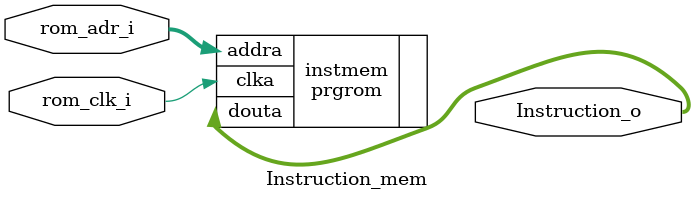
<source format=v>
`timescale 1ns / 1ps

module Instruction_mem ( 
// Program ROM Pinouts 
    input rom_clk_i, // ROM clock 
    input [13:0] rom_adr_i, // From IFetch 
    output [31:0] Instruction_o // To IFetch 
    // UART Programmer Pinouts 
    // input upg_rst_i, // UPG reset (Active High) 
    // input upg_clk_i, // UPG clock (10MHz) 
    // input upg_wen_i, // UPG write enable 
    // input[13:0] upg_adr_i, // UPG write address 
    // input[31:0] upg_dat_i, // UPG write data    
    // input upg_done_i // 1 if program finished 
);

    //wire kickOff = upg_rst_i | (~upg_rst_i & upg_done_i ); 
    prgrom instmem ( 
    .clka (rom_clk_i),  
    .addra (rom_adr_i), 
    .douta (Instruction_o) ); 
endmodule
</source>
